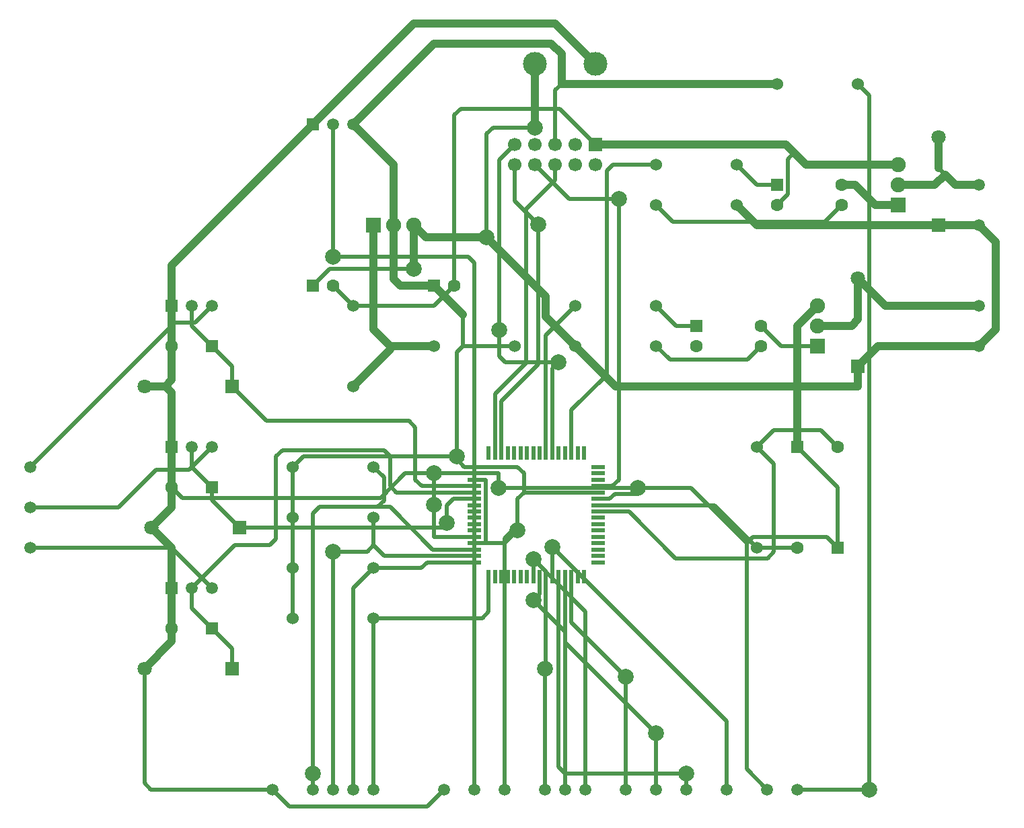
<source format=gbr>
G04 DipTrace 2.4.0.2*
%INTop.gbr*%
%MOMM*%
%ADD13C,0.5*%
%ADD14C,1.0*%
%ADD15C,1.6*%
%ADD16R,1.6X1.6*%
%ADD17C,1.5*%
%ADD18R,1.9X1.9*%
%ADD19C,1.9*%
%ADD20C,1.6*%
%ADD21C,1.524*%
%ADD22C,1.524*%
%ADD23R,1.7X1.7*%
%ADD24C,1.7*%
%ADD26R,0.5X1.8*%
%ADD27R,1.8X0.5*%
%ADD28R,1.5X1.5*%
%ADD29R,1.8X1.8*%
%ADD30C,1.8*%
%ADD31C,3.0*%
%ADD32C,2.0*%
%FSLAX53Y53*%
G04*
G71*
G90*
G75*
G01*
%LNTop*%
%LPD*%
X78998Y85595D2*
D13*
X76048Y88545D1*
Y93165D1*
X74068Y72367D2*
Y69043D1*
X74868Y68243D1*
X81518D1*
X78588Y93165D2*
X82897Y88856D1*
X89158D1*
X103988Y88085D2*
D14*
X106528Y85545D1*
X129388D1*
X78588Y97855D2*
Y105865D1*
X63348Y80025D2*
D13*
X52748D1*
X50648Y77925D1*
X72518Y84045D2*
D14*
X64848D1*
X63348Y85545D1*
X83668Y70305D2*
X79968Y74005D1*
Y76595D1*
X72518Y84045D1*
X119228Y67765D2*
Y65225D1*
X88748D1*
X83668Y70305D1*
X134468D2*
X121768D1*
X119228Y67765D1*
X134468Y85545D2*
X136568Y83445D1*
Y72405D1*
X134468Y70305D1*
X129388Y85545D2*
X134468D1*
X68428Y77925D2*
D13*
X65888Y75385D1*
X55728D1*
X86208Y95705D2*
D14*
X110178D1*
X111218Y94665D1*
X112718Y93165D1*
X124308D1*
X111218Y94665D2*
D13*
X110418Y93865D1*
Y89435D1*
X109068Y88085D1*
X55728Y75385D2*
X53188Y77925D1*
X48108Y55065D2*
X49420Y56377D1*
X68718D1*
X55728Y98245D2*
D14*
X65888Y108405D1*
X80638D1*
X81928Y107115D1*
Y103325D1*
X109068D1*
X76404Y47091D2*
D13*
X74778Y45465D1*
Y14425D1*
X81928Y103325D2*
X81128Y102525D1*
Y95705D1*
X103988Y93165D2*
X106528Y90625D1*
X109068D1*
X124308Y88085D2*
D14*
X121404D1*
X118864Y90625D1*
X117198D1*
X124308D2*
X128888D1*
X130188Y91925D1*
X131488Y90625D1*
X134468D1*
X130188Y91925D2*
D13*
X129388Y92725D1*
D14*
Y96595D1*
X50648Y98245D2*
X63348Y110945D1*
X81128D1*
X86208Y105865D1*
X29438Y29665D2*
D13*
Y15225D1*
X30238Y14425D1*
X45568D1*
X73968Y52455D2*
X91508D1*
X32868Y52525D2*
X34218Y51175D1*
X59166D1*
X62256Y54265D1*
X65890D1*
X91508Y52455D2*
X98216D1*
X105216Y45455D1*
Y17007D1*
X107798Y14425D1*
X45568D2*
X47668Y12325D1*
X65058D1*
X67158Y14425D1*
X116688Y44905D2*
X115338Y46255D1*
X106016D1*
X105216Y45455D1*
X65890Y54265D2*
Y50315D1*
X37948Y75385D2*
X35848Y73285D1*
X33308D1*
X15088Y55065D1*
X37948Y39825D2*
X32868Y44905D1*
X15088D1*
X41378Y47445D2*
X44407D1*
X44449Y47403D1*
X66904D1*
X67516Y48015D1*
X37948Y57605D2*
X35047Y54704D1*
X30888D1*
X26169Y49985D1*
X15088D1*
X53188Y81575D2*
X70168D1*
X70968Y80775D1*
Y14425D1*
X90018Y28668D2*
Y14425D1*
X93828Y21496D2*
Y14425D1*
X97638Y16475D2*
Y14425D1*
X80768Y45015D2*
X102718Y23065D1*
Y14425D1*
X79858Y29692D2*
Y14425D1*
X78418Y38265D2*
X82398Y34285D1*
Y14425D1*
X78368Y43465D2*
X84938Y36895D1*
Y14425D1*
X120678D2*
X111608D1*
X58268Y36015D2*
Y14425D1*
Y42365D2*
X55728Y39825D1*
Y14425D1*
X53188Y44427D2*
Y14425D1*
X50648Y16475D2*
Y14425D1*
X93828Y75385D2*
X96368Y72845D1*
X98908D1*
X93828Y70305D2*
X95568Y68565D1*
X105298D1*
X107038Y70305D1*
X114148D2*
X109578D1*
X107038Y72845D1*
X119228Y78815D2*
D14*
X122658Y75385D1*
X134468D1*
X106528Y57605D2*
D13*
X108678Y59755D1*
X114538D1*
X116688Y57605D1*
X106528Y44905D2*
X111608D1*
D32*
X78998Y85595D3*
X81518Y68243D3*
X74068Y72367D3*
X89158Y88856D3*
X78588Y97855D3*
X63348Y80025D3*
X72518Y84045D3*
X68718Y56377D3*
X76404Y47091D3*
X65890Y54265D3*
Y50315D3*
X73968Y52455D3*
X91508D3*
X67516Y48015D3*
X53188Y81575D3*
X90018Y28668D3*
X93828Y21496D3*
X97638Y16475D3*
X80768Y45015D3*
X79858Y29692D3*
X78418Y38265D3*
X78368Y43465D3*
X120678Y14425D3*
X53188Y44427D3*
X50648Y16475D3*
D15*
X53188Y77925D3*
D16*
X50648D3*
X65888D3*
D15*
X68428D3*
D17*
X134468Y90625D3*
Y85545D3*
D18*
X58268D3*
D19*
X60808D3*
X63348D3*
D16*
X109068Y90625D3*
D20*
Y88085D3*
X117198Y90625D3*
Y88085D3*
D18*
X124308D3*
D19*
Y90625D3*
Y93165D3*
D21*
X76048Y70305D3*
D22*
X65888D3*
D21*
X55728Y65225D3*
D22*
Y75385D3*
D21*
X93828Y93165D3*
D22*
X103988D3*
D21*
Y88085D3*
D22*
X93828D3*
D23*
X86208Y95705D3*
D24*
Y93165D3*
X83668Y95705D3*
Y93165D3*
X81128Y95705D3*
Y93165D3*
X78588Y95705D3*
Y93165D3*
X76048Y95705D3*
Y93165D3*
D28*
X32868Y75385D3*
D17*
X35408D3*
X37948D3*
D29*
X40488Y65225D3*
D30*
X29438D3*
D15*
X32868Y70305D3*
D16*
X37948D3*
D17*
X15088Y55065D3*
D28*
X32868Y39825D3*
D17*
X35408D3*
X37948D3*
D29*
X40488Y29665D3*
D30*
X29438D3*
D15*
X32868Y34745D3*
D16*
X37948D3*
D17*
X15088Y44905D3*
D28*
X32868Y57605D3*
D17*
X35408D3*
X37948D3*
D29*
X41378Y47445D3*
D30*
X30328D3*
D15*
X32868Y52525D3*
D16*
X37948D3*
D17*
X15088Y49985D3*
D29*
X129388Y85545D3*
D30*
Y96595D3*
D17*
X67158Y14425D3*
X70968D3*
X74778D3*
X79858D3*
X82398D3*
X84938D3*
X90018D3*
X93828D3*
X97638D3*
X102718D3*
X107798D3*
X111608D3*
D28*
X50648Y98245D3*
D17*
X53188D3*
X55728D3*
D31*
X78588Y105865D3*
X86208D3*
D21*
X119228Y103325D3*
D22*
X109068D3*
D17*
X45568Y14425D3*
X50648D3*
X53188D3*
X55728D3*
X58268D3*
D21*
Y36015D3*
D22*
X48108D3*
D21*
X58268Y42365D3*
D22*
X48108D3*
D21*
X58268Y48715D3*
D22*
X48108D3*
D21*
X58268Y55065D3*
D22*
X48108D3*
D17*
X134468Y75385D3*
Y70305D3*
D16*
X98908Y72845D3*
D20*
Y70305D3*
X107038Y72845D3*
Y70305D3*
D18*
X114148D3*
D19*
Y72845D3*
Y75385D3*
D21*
X83668D3*
D22*
X93828D3*
D21*
X83668Y70305D3*
D22*
X93828D3*
D29*
X119228Y67765D3*
D30*
Y78815D3*
D21*
X106528Y57605D3*
D22*
Y44905D3*
D15*
X116688Y57605D3*
D16*
X111608D3*
D15*
Y44905D3*
D16*
X116688D3*
%LNBottom*%
X78998Y85595D2*
D13*
Y67973D1*
X74368Y63343D1*
Y56865D1*
X81518Y68243D2*
X80768Y67493D1*
Y56865D1*
X74068Y72367D2*
Y93725D1*
X76048Y95705D1*
X89158Y88856D2*
Y53465D1*
X88358Y52665D1*
X86568D1*
X81128Y93165D2*
Y91217D1*
X77448Y87537D1*
Y68193D1*
X73568Y64313D1*
Y56865D1*
X72518Y84045D2*
Y97055D1*
X73318Y97855D1*
X78588D1*
X63348Y85545D2*
D14*
Y80025D1*
X68428Y77925D2*
D13*
Y99405D1*
X69228Y100205D1*
X81708D1*
X86208Y95705D1*
X86568Y51865D2*
X77204D1*
X76404Y51065D1*
Y47091D1*
X77204Y51865D2*
Y54265D1*
X76404Y55065D1*
X70968D1*
X68718Y56377D2*
Y69505D1*
X69518Y70305D1*
Y74295D1*
D14*
X65888Y77925D1*
X48108Y55065D2*
D13*
Y48715D1*
X76404Y47091D2*
X75778D1*
X74778Y46091D1*
Y45465D1*
X72418D1*
Y53465D1*
X70968D1*
X72418Y45465D2*
X70968D1*
X60808Y85545D2*
D14*
Y93165D1*
X55728Y98245D1*
X65888Y77925D2*
X61608D1*
X60808Y78725D1*
Y85545D1*
X69518Y70305D2*
D13*
X76048D1*
X70968Y55065D2*
X69718D1*
X68718Y56065D1*
Y56377D1*
X48108Y42365D2*
Y36015D1*
Y48715D2*
Y42365D1*
X65888Y70305D2*
D14*
X60380D1*
X58268Y72417D1*
Y85545D1*
X60380Y70305D2*
Y69877D1*
X55728Y65225D1*
X93828Y88085D2*
D13*
X95978Y85935D1*
X115048D1*
X117198Y88085D1*
X93828Y93165D2*
X88408D1*
X87608Y92365D1*
Y66679D1*
X83168Y62239D1*
Y56865D1*
X35408Y75385D2*
Y72845D1*
X37948Y70305D1*
X40488Y65225D2*
X44831Y60882D1*
X62740D1*
X63540Y60082D1*
Y53465D1*
X64340Y52665D1*
X70968D1*
X37948Y70305D2*
X40488Y67765D1*
Y65225D1*
X29438Y29665D2*
D14*
X32868Y33095D1*
Y34745D1*
X116688Y44905D2*
D13*
Y52525D1*
X111608Y57605D1*
X73968Y52455D2*
Y54265D1*
X70968D1*
Y46265D2*
X65890D1*
Y50315D1*
X32868Y57605D2*
D14*
Y64425D1*
X32068Y65225D1*
X32868Y66025D1*
Y70305D1*
X86568Y51065D2*
D13*
X88018D1*
X88658Y51705D1*
X91508D1*
Y52455D1*
X32868Y75385D2*
D14*
Y80465D1*
X50648Y98245D1*
X32868Y70305D2*
Y75385D1*
X32068Y65225D2*
X29438D1*
X32868Y52525D2*
Y57605D1*
X30328Y47445D2*
X32868Y49985D1*
Y52525D1*
Y39825D2*
Y44905D1*
X30328Y47445D1*
X32868Y34745D2*
Y39825D1*
X111608Y57605D2*
Y72845D1*
X114148Y75385D1*
X70968Y54265D2*
D13*
X65890D1*
X40488Y29665D2*
Y32205D1*
X37948Y34745D1*
X35408Y39825D2*
X40778Y45195D1*
X45196D1*
X45996Y45995D1*
Y56377D1*
X46796Y57177D1*
X59580D1*
X60380Y56377D1*
Y52665D1*
X61180Y51865D1*
X70968D1*
X37948Y34745D2*
X35408Y37285D1*
Y39825D1*
X41378Y47445D2*
X37948Y50875D1*
Y52525D1*
X67516Y48015D2*
Y50265D1*
X68316Y51065D1*
X70968D1*
X37948Y52525D2*
X35408Y55065D1*
Y57605D1*
X53188Y81575D2*
Y98245D1*
X83668Y75385D2*
X79968Y71685D1*
Y56865D1*
X90018Y28668D2*
X83168Y35518D1*
Y41265D1*
X93828Y21496D2*
X82368Y32956D1*
Y41265D1*
X97638Y16475D2*
X82368D1*
X81568Y17275D1*
Y41265D1*
X80768Y45015D2*
Y41265D1*
X79968D2*
Y29692D1*
X79858D1*
X78418Y38265D2*
X79168Y39015D1*
Y41265D1*
X78368Y43465D2*
Y41265D1*
X120678Y14425D2*
Y101875D1*
X119228Y103325D1*
X58268Y36015D2*
X71968D1*
X72768Y36815D1*
Y41265D1*
X58268Y42365D2*
X64311D1*
X65011Y43065D1*
X70968D1*
X58268Y48715D2*
Y45227D1*
X59630Y43865D1*
X70968D1*
X58268Y45227D2*
X57468Y44427D1*
X53188D1*
X50648Y16475D2*
Y49227D1*
X51448Y50027D1*
X58780D1*
X59580Y50827D1*
Y53753D1*
X58268Y55065D1*
X58780Y50027D2*
X60380D1*
X65742Y44665D1*
X70968D1*
X119228Y78815D2*
D14*
Y73645D1*
X118428Y72845D1*
X114148D1*
X106528Y57605D2*
D13*
X108640Y55493D1*
Y44355D1*
X107840Y43555D1*
X96314D1*
X90404Y49465D1*
X86568D1*
X106528Y44905D2*
X101168Y50265D1*
X86568D1*
D32*
X78998Y85595D3*
X81518Y68243D3*
X74068Y72367D3*
X89158Y88856D3*
X78588Y97855D3*
X63348Y80025D3*
X72518Y84045D3*
X68718Y56377D3*
X76404Y47091D3*
X65890Y54265D3*
Y50315D3*
X73968Y52455D3*
X91508D3*
X67516Y48015D3*
X53188Y81575D3*
X90018Y28668D3*
X93828Y21496D3*
X97638Y16475D3*
X80768Y45015D3*
X79858Y29692D3*
X78418Y38265D3*
X78368Y43465D3*
X120678Y14425D3*
X53188Y44427D3*
X50648Y16475D3*
D15*
X53188Y77925D3*
D16*
X50648D3*
X65888D3*
D15*
X68428D3*
D18*
X58268Y85545D3*
D19*
X60808D3*
X63348D3*
D16*
X109068Y90625D3*
D20*
Y88085D3*
X117198Y90625D3*
Y88085D3*
D18*
X124308D3*
D19*
Y90625D3*
Y93165D3*
D21*
X76048Y70305D3*
D22*
X65888D3*
D21*
X55728Y65225D3*
D22*
Y75385D3*
D21*
X93828Y93165D3*
D22*
X103988D3*
D21*
Y88085D3*
D22*
X93828D3*
D23*
X86208Y95705D3*
D24*
Y93165D3*
X83668Y95705D3*
Y93165D3*
X81128Y95705D3*
Y93165D3*
X78588Y95705D3*
Y93165D3*
X76048Y95705D3*
Y93165D3*
D26*
X72768Y56865D3*
X73568D3*
X74368D3*
X75168D3*
X75968D3*
X76768D3*
X77568D3*
X78368D3*
X79168D3*
X79968D3*
X80768D3*
X81568D3*
X82368D3*
X83168D3*
X83968D3*
X84768D3*
D27*
X86568Y55065D3*
Y54265D3*
Y53465D3*
Y52665D3*
Y51865D3*
Y51065D3*
Y50265D3*
Y49465D3*
Y48665D3*
Y47865D3*
Y47065D3*
Y46265D3*
Y45465D3*
Y44665D3*
Y43865D3*
Y43065D3*
D26*
X84768Y41265D3*
X83968D3*
X83168D3*
X82368D3*
X81568D3*
X80768D3*
X79968D3*
X79168D3*
X78368D3*
X77568D3*
X76768D3*
X75968D3*
X75168D3*
X74368D3*
X73568D3*
X72768D3*
D27*
X70968Y43065D3*
Y43865D3*
Y44665D3*
Y45465D3*
Y46265D3*
Y47065D3*
Y47865D3*
Y48665D3*
Y49465D3*
Y50265D3*
Y51065D3*
Y51865D3*
Y52665D3*
Y53465D3*
Y54265D3*
Y55065D3*
D28*
X32868Y75385D3*
D17*
X35408D3*
X37948D3*
D29*
X40488Y65225D3*
D30*
X29438D3*
D15*
X32868Y70305D3*
D16*
X37948D3*
D28*
X32868Y39825D3*
D17*
X35408D3*
X37948D3*
D29*
X40488Y29665D3*
D30*
X29438D3*
D15*
X32868Y34745D3*
D16*
X37948D3*
D28*
X32868Y57605D3*
D17*
X35408D3*
X37948D3*
D29*
X41378Y47445D3*
D30*
X30328D3*
D15*
X32868Y52525D3*
D16*
X37948D3*
D29*
X129388Y85545D3*
D30*
Y96595D3*
D28*
X50648Y98245D3*
D17*
X53188D3*
X55728D3*
D21*
X119228Y103325D3*
D22*
X109068D3*
D21*
X58268Y36015D3*
D22*
X48108D3*
D21*
X58268Y42365D3*
D22*
X48108D3*
D21*
X58268Y48715D3*
D22*
X48108D3*
D21*
X58268Y55065D3*
D22*
X48108D3*
D16*
X98908Y72845D3*
D20*
Y70305D3*
X107038Y72845D3*
Y70305D3*
D18*
X114148D3*
D19*
Y72845D3*
Y75385D3*
D21*
X83668D3*
D22*
X93828D3*
D21*
X83668Y70305D3*
D22*
X93828D3*
D29*
X119228Y67765D3*
D30*
Y78815D3*
D21*
X106528Y57605D3*
D22*
Y44905D3*
D15*
X116688Y57605D3*
D16*
X111608D3*
D15*
Y44905D3*
D16*
X116688D3*
M02*

</source>
